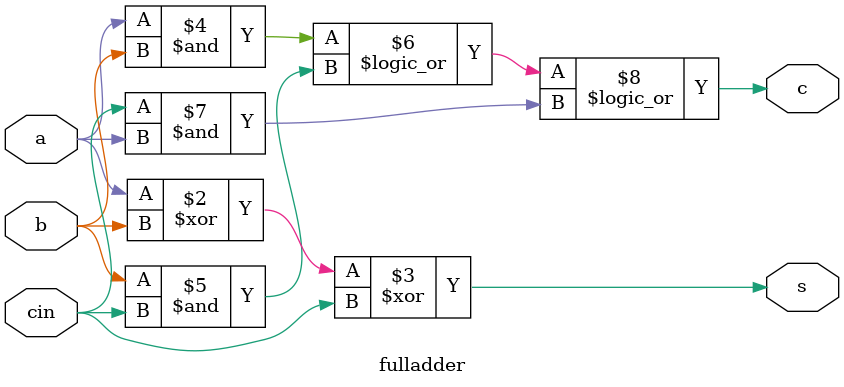
<source format=v>
module fulladder(s,c,a,b,cin);
   input a , b , cin;
   output reg s , c;
   always@(*)
     begin
       s = a^b^cin;
       c = (a&b) || (b&cin) || (cin&a);
     end
endmodule

</source>
